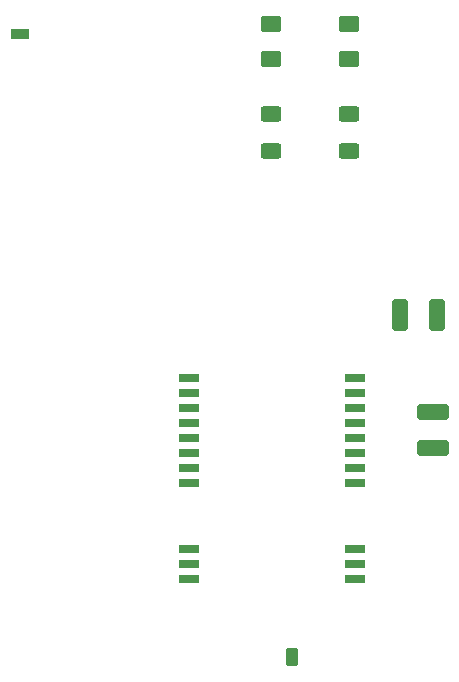
<source format=gtp>
G04 #@! TF.GenerationSoftware,KiCad,Pcbnew,8.0.2*
G04 #@! TF.CreationDate,2024-07-26T13:41:10+02:00*
G04 #@! TF.ProjectId,e07-900m10s-breakout,6530372d-3930-4306-9d31-30732d627265,rev?*
G04 #@! TF.SameCoordinates,Original*
G04 #@! TF.FileFunction,Paste,Top*
G04 #@! TF.FilePolarity,Positive*
%FSLAX46Y46*%
G04 Gerber Fmt 4.6, Leading zero omitted, Abs format (unit mm)*
G04 Created by KiCad (PCBNEW 8.0.2) date 2024-07-26 13:41:10*
%MOMM*%
%LPD*%
G01*
G04 APERTURE LIST*
G04 Aperture macros list*
%AMRoundRect*
0 Rectangle with rounded corners*
0 $1 Rounding radius*
0 $2 $3 $4 $5 $6 $7 $8 $9 X,Y pos of 4 corners*
0 Add a 4 corners polygon primitive as box body*
4,1,4,$2,$3,$4,$5,$6,$7,$8,$9,$2,$3,0*
0 Add four circle primitives for the rounded corners*
1,1,$1+$1,$2,$3*
1,1,$1+$1,$4,$5*
1,1,$1+$1,$6,$7*
1,1,$1+$1,$8,$9*
0 Add four rect primitives between the rounded corners*
20,1,$1+$1,$2,$3,$4,$5,0*
20,1,$1+$1,$4,$5,$6,$7,0*
20,1,$1+$1,$6,$7,$8,$9,0*
20,1,$1+$1,$8,$9,$2,$3,0*%
G04 Aperture macros list end*
%ADD10RoundRect,0.250001X-0.624999X0.462499X-0.624999X-0.462499X0.624999X-0.462499X0.624999X0.462499X0*%
%ADD11R,1.800000X0.800000*%
%ADD12RoundRect,0.250000X-0.412500X-1.100000X0.412500X-1.100000X0.412500X1.100000X-0.412500X1.100000X0*%
%ADD13RoundRect,0.101600X0.406400X-0.660400X0.406400X0.660400X-0.406400X0.660400X-0.406400X-0.660400X0*%
%ADD14RoundRect,0.250000X-0.625000X0.400000X-0.625000X-0.400000X0.625000X-0.400000X0.625000X0.400000X0*%
%ADD15RoundRect,0.250000X1.100000X-0.412500X1.100000X0.412500X-1.100000X0.412500X-1.100000X-0.412500X0*%
%ADD16R,1.500000X0.900000*%
G04 APERTURE END LIST*
D10*
X150114000Y-75692000D03*
X150114000Y-78667000D03*
D11*
X150622000Y-122664000D03*
X150622000Y-121394000D03*
X150622000Y-120124000D03*
X150622000Y-114554000D03*
X150622000Y-113284000D03*
X150622000Y-112014000D03*
X150622000Y-110744000D03*
X150622000Y-109474000D03*
X150622000Y-108204000D03*
X150622000Y-106934000D03*
X150622000Y-105664000D03*
X136622000Y-105664000D03*
X136622000Y-106934000D03*
X136622000Y-108204000D03*
X136622000Y-109474000D03*
X136622000Y-110744000D03*
X136622000Y-112014000D03*
X136622000Y-113284000D03*
X136622000Y-114554000D03*
X136622000Y-120124000D03*
X136622000Y-121394000D03*
X136622000Y-122664000D03*
D12*
X154432000Y-100330000D03*
X157557000Y-100330000D03*
D10*
X143510000Y-75692000D03*
X143510000Y-78667000D03*
D13*
X145288000Y-129253250D03*
D14*
X150164000Y-83312000D03*
X150164000Y-86412000D03*
D15*
X157226000Y-111621500D03*
X157226000Y-108496500D03*
D14*
X143510000Y-83312000D03*
X143510000Y-86412000D03*
D16*
X122265000Y-76545000D03*
M02*

</source>
